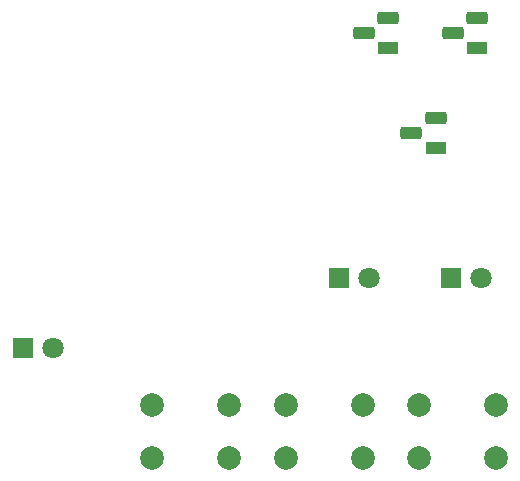
<source format=gbr>
%TF.GenerationSoftware,KiCad,Pcbnew,9.0.0*%
%TF.CreationDate,2025-04-12T21:02:47+08:00*%
%TF.ProjectId,computer,636f6d70-7574-4657-922e-6b696361645f,rev?*%
%TF.SameCoordinates,Original*%
%TF.FileFunction,Soldermask,Bot*%
%TF.FilePolarity,Negative*%
%FSLAX46Y46*%
G04 Gerber Fmt 4.6, Leading zero omitted, Abs format (unit mm)*
G04 Created by KiCad (PCBNEW 9.0.0) date 2025-04-12 21:02:47*
%MOMM*%
%LPD*%
G01*
G04 APERTURE LIST*
G04 Aperture macros list*
%AMRoundRect*
0 Rectangle with rounded corners*
0 $1 Rounding radius*
0 $2 $3 $4 $5 $6 $7 $8 $9 X,Y pos of 4 corners*
0 Add a 4 corners polygon primitive as box body*
4,1,4,$2,$3,$4,$5,$6,$7,$8,$9,$2,$3,0*
0 Add four circle primitives for the rounded corners*
1,1,$1+$1,$2,$3*
1,1,$1+$1,$4,$5*
1,1,$1+$1,$6,$7*
1,1,$1+$1,$8,$9*
0 Add four rect primitives between the rounded corners*
20,1,$1+$1,$2,$3,$4,$5,0*
20,1,$1+$1,$4,$5,$6,$7,0*
20,1,$1+$1,$6,$7,$8,$9,0*
20,1,$1+$1,$8,$9,$2,$3,0*%
G04 Aperture macros list end*
%ADD10R,1.800000X1.100000*%
%ADD11RoundRect,0.275000X0.625000X-0.275000X0.625000X0.275000X-0.625000X0.275000X-0.625000X-0.275000X0*%
%ADD12R,1.800000X1.800000*%
%ADD13C,1.800000*%
%ADD14C,2.000000*%
G04 APERTURE END LIST*
D10*
%TO.C,Q3*%
X152900000Y-81000000D03*
D11*
X150830000Y-79730000D03*
X152900000Y-78460000D03*
%TD*%
D12*
%TO.C,Power*%
X117960000Y-98000000D03*
D13*
X120500000Y-98000000D03*
%TD*%
D14*
%TO.C,AND Input A*%
X128885000Y-102750000D03*
X135385000Y-102750000D03*
X128885000Y-107250000D03*
X135385000Y-107250000D03*
%TD*%
D10*
%TO.C,Q1*%
X148900000Y-72540000D03*
D11*
X146830000Y-71270000D03*
X148900000Y-70000000D03*
%TD*%
D14*
%TO.C,AND Input B*%
X140250000Y-102750000D03*
X146750000Y-102750000D03*
X140250000Y-107250000D03*
X146750000Y-107250000D03*
%TD*%
%TO.C,NOT Input*%
X151500000Y-102750000D03*
X158000000Y-102750000D03*
X151500000Y-107250000D03*
X158000000Y-107250000D03*
%TD*%
D12*
%TO.C,AND Output*%
X144730000Y-92000000D03*
D13*
X147270000Y-92000000D03*
%TD*%
D10*
%TO.C,Q2*%
X156400000Y-72580000D03*
D11*
X154330000Y-71310000D03*
X156400000Y-70040000D03*
%TD*%
D12*
%TO.C,NOT Output*%
X154230000Y-92000000D03*
D13*
X156770000Y-92000000D03*
%TD*%
M02*

</source>
